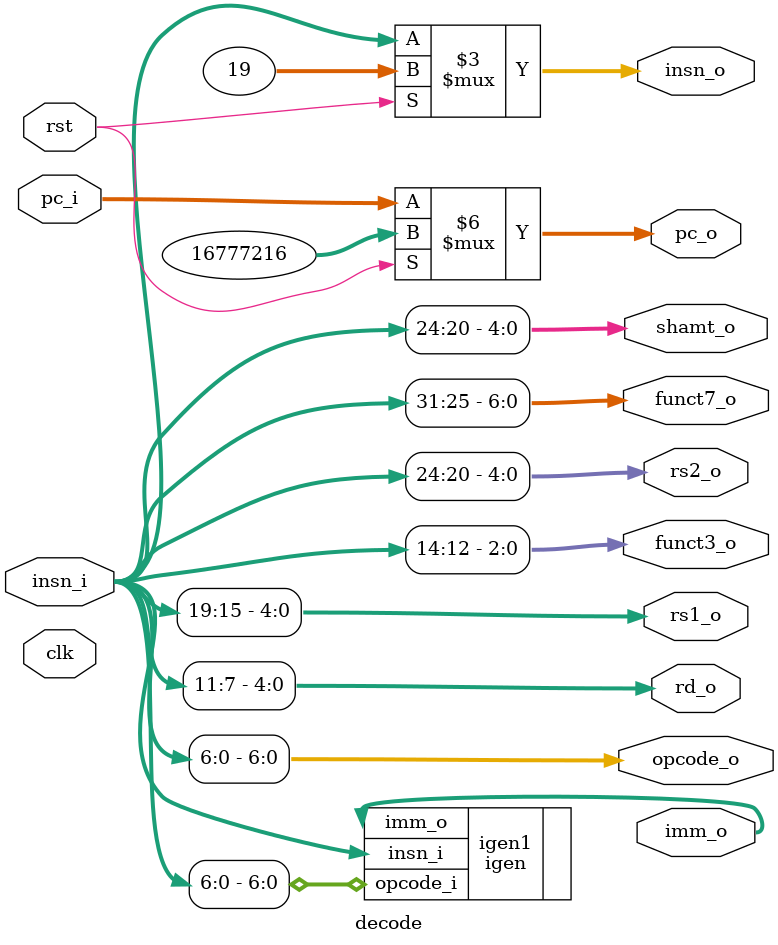
<source format=sv>
/*
 * Module: decode
 *
 * Description: Decode stage — combinational field extraction + immediate generation.
 * All raw instruction fields (rd, rs1, rs2, funct3, funct7) are output directly
 * from the instruction bits regardless of opcode, matching the pattern checker's
 * expectation of raw field values.
 */

`include "constants.svh"

module decode #(
    parameter int DWIDTH=32,
    parameter int AWIDTH=32
)(
    input  logic clk,
    input  logic rst,
    input  logic [DWIDTH-1:0] insn_i,
    input  logic [DWIDTH-1:0] pc_i,

    output logic [AWIDTH-1:0] pc_o,
    output logic [DWIDTH-1:0] insn_o,
    output logic [6:0]        opcode_o,
    output logic [4:0]        rd_o,
    output logic [4:0]        rs1_o,
    output logic [4:0]        rs2_o,
    output logic [6:0]        funct7_o,
    output logic [2:0]        funct3_o,
    output logic [4:0]        shamt_o,
    output logic [DWIDTH-1:0] imm_o
);

    // Pass PC and instruction through combinationally.
    // During reset, output BASEADDR / NOP so downstream sees valid signals.
    always_comb begin
        if (rst) begin
            pc_o   = 32'h01000000;
            insn_o = 32'h00000013; // NOP (ADDI x0, x0, 0)
        end else begin
            pc_o   = pc_i;
            insn_o = insn_i;
        end
    end

    // Always output raw instruction fields — the pattern checker expects
    // the unmodified bit slices from the instruction word.
    assign opcode_o = insn_i[6:0];
    assign rd_o     = insn_i[11:7];
    assign funct3_o = insn_i[14:12];
    assign rs1_o    = insn_i[19:15];
    assign rs2_o    = insn_i[24:20];
    assign funct7_o = insn_i[31:25];
    assign shamt_o  = insn_i[24:20];

    // Immediate generator
    igen igen1 (
        .opcode_i (opcode_o),
        .insn_i   (insn_i),
        .imm_o    (imm_o)
    );

endmodule : decode

</source>
